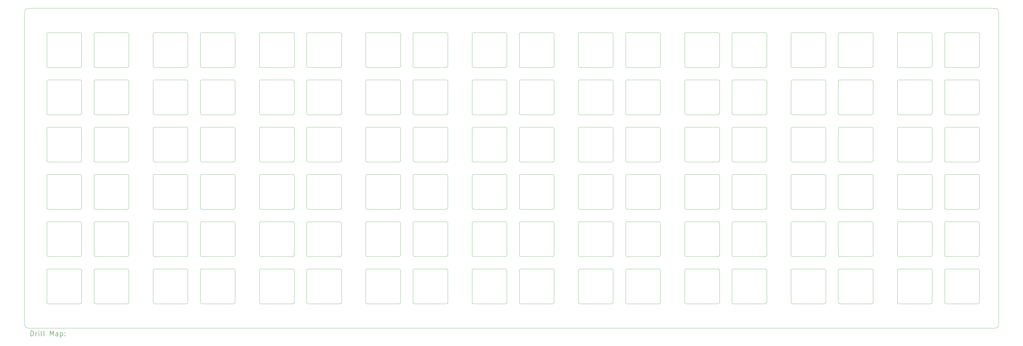
<source format=gbr>
%TF.GenerationSoftware,KiCad,Pcbnew,7.0.7*%
%TF.CreationDate,2023-09-25T11:43:55+09:00*%
%TF.ProjectId,Duet-Switch-Tester,44756574-2d53-4776-9974-63682d546573,rev?*%
%TF.SameCoordinates,Original*%
%TF.FileFunction,Drillmap*%
%TF.FilePolarity,Positive*%
%FSLAX45Y45*%
G04 Gerber Fmt 4.5, Leading zero omitted, Abs format (unit mm)*
G04 Created by KiCad (PCBNEW 7.0.7) date 2023-09-25 11:43:55*
%MOMM*%
%LPD*%
G01*
G04 APERTURE LIST*
%ADD10C,0.050000*%
%ADD11C,0.200000*%
G04 APERTURE END LIST*
D10*
X20176250Y-14828750D02*
G75*
G03*
X20226250Y-14778750I0J50000D01*
G01*
X13985000Y-7208750D02*
X12685000Y-7208750D01*
X22607500Y-5858750D02*
G75*
G03*
X22557500Y-5808750I-50000J0D01*
G01*
X34116250Y-11523750D02*
G75*
G03*
X34066250Y-11573750I0J-50000D01*
G01*
X25493750Y-14778750D02*
X25493750Y-13478750D01*
X28748750Y-5303750D02*
X27448750Y-5303750D01*
X18271250Y-12923750D02*
G75*
G03*
X18321250Y-12873750I0J50000D01*
G01*
X35971250Y-5253750D02*
G75*
G03*
X36021250Y-5303750I50000J0D01*
G01*
X13985000Y-14828750D02*
G75*
G03*
X14035000Y-14778750I0J50000D01*
G01*
X9748750Y-7763750D02*
X9748750Y-9063750D01*
X42403801Y-2987598D02*
X42406516Y-2991844D01*
X42409060Y-2996170D01*
X42411436Y-3000574D01*
X42414356Y-3006560D01*
X42417003Y-3012670D01*
X42418819Y-3017329D01*
X42420495Y-3022050D01*
X42422036Y-3026830D01*
X42423450Y-3031666D01*
X42424741Y-3036554D01*
X22607500Y-5858750D02*
X22607500Y-7158750D01*
X8398750Y-9618750D02*
G75*
G03*
X8348750Y-9668750I0J-50000D01*
G01*
X11603750Y-14828750D02*
G75*
G03*
X11653750Y-14778750I0J50000D01*
G01*
X11603750Y-11018750D02*
X10303750Y-11018750D01*
X29830000Y-5808750D02*
G75*
G03*
X29780000Y-5858750I0J-50000D01*
G01*
X38402500Y-9618750D02*
X39702500Y-9618750D01*
X33035000Y-12923750D02*
G75*
G03*
X33085000Y-12873750I0J50000D01*
G01*
X27448750Y-9618750D02*
G75*
G03*
X27398750Y-9668750I0J-50000D01*
G01*
X25493750Y-9668750D02*
X25493750Y-10968750D01*
X14540000Y-5253750D02*
X14540000Y-3953750D01*
X18321250Y-9668750D02*
G75*
G03*
X18271250Y-9618750I-50000J0D01*
G01*
X7317500Y-9113750D02*
X6017500Y-9113750D01*
X15890000Y-5303750D02*
G75*
G03*
X15940000Y-5253750I0J50000D01*
G01*
X28748750Y-14828750D02*
X27448750Y-14828750D01*
X23162500Y-3903750D02*
G75*
G03*
X23112500Y-3953750I0J-50000D01*
G01*
X35466250Y-3953750D02*
X35466250Y-5253750D01*
X10303750Y-13428750D02*
X11603750Y-13428750D01*
X39752500Y-7763750D02*
X39752500Y-9063750D01*
X33035000Y-14828750D02*
X31735000Y-14828750D01*
X14540000Y-12873750D02*
G75*
G03*
X14590000Y-12923750I50000J0D01*
G01*
X40307500Y-3903750D02*
G75*
G03*
X40257500Y-3953750I0J-50000D01*
G01*
X14590000Y-9618750D02*
X15890000Y-9618750D01*
X10253750Y-14778750D02*
G75*
G03*
X10303750Y-14828750I50000J0D01*
G01*
X36021250Y-3903750D02*
G75*
G03*
X35971250Y-3953750I0J-50000D01*
G01*
X9698750Y-7208750D02*
G75*
G03*
X9748750Y-7158750I0J50000D01*
G01*
X31180000Y-11573750D02*
G75*
G03*
X31130000Y-11523750I-50000J0D01*
G01*
X16921250Y-10968750D02*
G75*
G03*
X16971250Y-11018750I50000J0D01*
G01*
X20226250Y-7763750D02*
G75*
G03*
X20176250Y-7713750I-50000J0D01*
G01*
X39752500Y-13478750D02*
G75*
G03*
X39702500Y-13428750I-50000J0D01*
G01*
X10253750Y-9063750D02*
X10253750Y-7763750D01*
X13985000Y-7208750D02*
G75*
G03*
X14035000Y-7158750I0J50000D01*
G01*
X8348750Y-12873750D02*
G75*
G03*
X8398750Y-12923750I50000J0D01*
G01*
X25543750Y-11523750D02*
G75*
G03*
X25493750Y-11573750I0J-50000D01*
G01*
X23112500Y-12873750D02*
G75*
G03*
X23162500Y-12923750I50000J0D01*
G01*
X40257500Y-14778750D02*
G75*
G03*
X40307500Y-14828750I50000J0D01*
G01*
X7317500Y-7208750D02*
G75*
G03*
X7367500Y-7158750I0J50000D01*
G01*
X3398750Y-15810000D02*
X3390768Y-15809998D01*
X3382889Y-15809986D01*
X3375115Y-15809953D01*
X3367445Y-15809889D01*
X3359879Y-15809783D01*
X3352418Y-15809625D01*
X3345060Y-15809404D01*
X3337807Y-15809110D01*
X3330658Y-15808733D01*
X3323614Y-15808263D01*
X3316674Y-15807688D01*
X3309839Y-15806998D01*
X3303108Y-15806183D01*
X3296481Y-15805233D01*
X3289959Y-15804136D01*
X3283542Y-15802884D01*
X11603750Y-11018750D02*
G75*
G03*
X11653750Y-10968750I0J50000D01*
G01*
X31735000Y-13428750D02*
X33035000Y-13428750D01*
X41607500Y-14828750D02*
X40307500Y-14828750D01*
X11653750Y-13478750D02*
X11653750Y-14778750D01*
X42311458Y-2929616D02*
X42317131Y-2930883D01*
X42322746Y-2932299D01*
X42328298Y-2933873D01*
X42333782Y-2935614D01*
X42339193Y-2937532D01*
X42344526Y-2939635D01*
X42349775Y-2941933D01*
X42354935Y-2944433D01*
X42360001Y-2947146D01*
X42364968Y-2950080D01*
X42368222Y-2952163D01*
X6017500Y-11523750D02*
G75*
G03*
X5967500Y-11573750I0J-50000D01*
G01*
X25493750Y-7158750D02*
G75*
G03*
X25543750Y-7208750I50000J0D01*
G01*
X15890000Y-12923750D02*
X14590000Y-12923750D01*
X26843750Y-9113750D02*
X25543750Y-9113750D01*
X38352500Y-9063750D02*
X38352500Y-7763750D01*
X26843750Y-9618750D02*
X25543750Y-9618750D01*
X15940000Y-5858750D02*
X15940000Y-7158750D01*
X31685000Y-12873750D02*
G75*
G03*
X31735000Y-12923750I50000J0D01*
G01*
X31685000Y-10968750D02*
G75*
G03*
X31735000Y-11018750I50000J0D01*
G01*
X42368222Y-2952163D02*
X42373445Y-2955803D01*
X42378449Y-2959671D01*
X42383234Y-2963767D01*
X42387798Y-2968089D01*
X42392138Y-2972634D01*
X42396253Y-2977402D01*
X42400141Y-2982391D01*
X42403801Y-2987598D01*
X41657500Y-11573750D02*
X41657500Y-12873750D01*
X7317500Y-5808750D02*
X6017500Y-5808750D01*
X34066250Y-12873750D02*
G75*
G03*
X34116250Y-12923750I50000J0D01*
G01*
X29830000Y-11523750D02*
X31130000Y-11523750D01*
X3168366Y-3044792D02*
X3169633Y-3039119D01*
X3171049Y-3033504D01*
X3172623Y-3027952D01*
X3174364Y-3022468D01*
X3176282Y-3017057D01*
X3178385Y-3011724D01*
X3180683Y-3006475D01*
X3183183Y-3001315D01*
X3185896Y-2996249D01*
X3188830Y-2991282D01*
X3190913Y-2988028D01*
X12635000Y-9063750D02*
G75*
G03*
X12685000Y-9113750I50000J0D01*
G01*
X35416250Y-5303750D02*
X34116250Y-5303750D01*
X7367500Y-7763750D02*
X7367500Y-9063750D01*
X14035000Y-11573750D02*
G75*
G03*
X13985000Y-11523750I-50000J0D01*
G01*
X21257500Y-5808750D02*
G75*
G03*
X21207500Y-5858750I0J-50000D01*
G01*
X37321250Y-7208750D02*
X36021250Y-7208750D01*
X22607500Y-13478750D02*
G75*
G03*
X22557500Y-13428750I-50000J0D01*
G01*
X12685000Y-5808750D02*
G75*
G03*
X12635000Y-5858750I0J-50000D01*
G01*
X5412500Y-12923750D02*
X4112500Y-12923750D01*
X12685000Y-9618750D02*
X13985000Y-9618750D01*
X23162500Y-9618750D02*
G75*
G03*
X23112500Y-9668750I0J-50000D01*
G01*
X20176250Y-5303750D02*
X18876250Y-5303750D01*
X14540000Y-9063750D02*
G75*
G03*
X14590000Y-9113750I50000J0D01*
G01*
X40307500Y-13428750D02*
X41607500Y-13428750D01*
X24462500Y-7208750D02*
G75*
G03*
X24512500Y-7158750I0J50000D01*
G01*
X21207500Y-7158750D02*
X21207500Y-5858750D01*
X20176250Y-11018750D02*
X18876250Y-11018750D01*
X7367500Y-13478750D02*
X7367500Y-14778750D01*
X40257500Y-5253750D02*
G75*
G03*
X40307500Y-5303750I50000J0D01*
G01*
X9748750Y-5858750D02*
G75*
G03*
X9698750Y-5808750I-50000J0D01*
G01*
X11603750Y-5303750D02*
X10303750Y-5303750D01*
X11653750Y-3953750D02*
X11653750Y-5253750D01*
X35416250Y-14828750D02*
G75*
G03*
X35466250Y-14778750I0J50000D01*
G01*
X14590000Y-3903750D02*
G75*
G03*
X14540000Y-3953750I0J-50000D01*
G01*
X5967500Y-11573750D02*
X5967500Y-12873750D01*
X37321250Y-11018750D02*
G75*
G03*
X37371250Y-10968750I0J50000D01*
G01*
X23162500Y-11523750D02*
G75*
G03*
X23112500Y-11573750I0J-50000D01*
G01*
X27448750Y-7713750D02*
X28748750Y-7713750D01*
X29780000Y-14778750D02*
G75*
G03*
X29830000Y-14828750I50000J0D01*
G01*
X28748750Y-11018750D02*
X27448750Y-11018750D01*
X35466250Y-13478750D02*
G75*
G03*
X35416250Y-13428750I-50000J0D01*
G01*
X9748750Y-3953750D02*
G75*
G03*
X9698750Y-3903750I-50000J0D01*
G01*
X14590000Y-13428750D02*
X15890000Y-13428750D01*
X37371250Y-5858750D02*
X37371250Y-7158750D01*
X7367500Y-13478750D02*
G75*
G03*
X7317500Y-13428750I-50000J0D01*
G01*
X9748750Y-5858750D02*
X9748750Y-7158750D01*
X35416250Y-14828750D02*
X34116250Y-14828750D01*
X23112500Y-5253750D02*
X23112500Y-3953750D01*
X26843750Y-7208750D02*
X25543750Y-7208750D01*
X11603750Y-7208750D02*
G75*
G03*
X11653750Y-7158750I0J50000D01*
G01*
X22607500Y-5253750D02*
X22607500Y-3953750D01*
X12635000Y-12873750D02*
G75*
G03*
X12685000Y-12923750I50000J0D01*
G01*
X41607500Y-14828750D02*
G75*
G03*
X41657500Y-14778750I0J50000D01*
G01*
X15940000Y-3953750D02*
G75*
G03*
X15890000Y-3903750I-50000J0D01*
G01*
X14035000Y-5858750D02*
X14035000Y-7158750D01*
X22607500Y-11573750D02*
X22607500Y-12873750D01*
X5967500Y-14778750D02*
G75*
G03*
X6017500Y-14828750I50000J0D01*
G01*
X14035000Y-7763750D02*
G75*
G03*
X13985000Y-7713750I-50000J0D01*
G01*
X39702500Y-9113750D02*
X38402500Y-9113750D01*
X14035000Y-3953750D02*
G75*
G03*
X13985000Y-3903750I-50000J0D01*
G01*
X5967500Y-12873750D02*
G75*
G03*
X6017500Y-12923750I50000J0D01*
G01*
X6017500Y-12923750D02*
X7317500Y-12923750D01*
X18826250Y-5253750D02*
G75*
G03*
X18876250Y-5303750I50000J0D01*
G01*
X18876250Y-7713750D02*
G75*
G03*
X18826250Y-7763750I0J-50000D01*
G01*
X38402500Y-5808750D02*
G75*
G03*
X38352500Y-5858750I0J-50000D01*
G01*
X34066250Y-9063750D02*
G75*
G03*
X34116250Y-9113750I50000J0D01*
G01*
X27448750Y-13428750D02*
X28748750Y-13428750D01*
X26843750Y-14828750D02*
X25543750Y-14828750D01*
X22557500Y-12923750D02*
X21257500Y-12923750D01*
X5462500Y-7763750D02*
X5462500Y-9063750D01*
X8348750Y-10968750D02*
G75*
G03*
X8398750Y-11018750I50000J0D01*
G01*
X18321250Y-5858750D02*
G75*
G03*
X18271250Y-5808750I-50000J0D01*
G01*
X37371250Y-7763750D02*
G75*
G03*
X37321250Y-7713750I-50000J0D01*
G01*
X24512500Y-9668750D02*
G75*
G03*
X24462500Y-9618750I-50000J0D01*
G01*
X28748750Y-14828750D02*
G75*
G03*
X28798750Y-14778750I0J50000D01*
G01*
X41607500Y-11018750D02*
X40307500Y-11018750D01*
X25493750Y-9063750D02*
X25493750Y-7763750D01*
X23162500Y-7713750D02*
X24462500Y-7713750D01*
X13985000Y-14828750D02*
X12685000Y-14828750D01*
X3161250Y-3160000D02*
X3161250Y-15572500D01*
X10303750Y-11523750D02*
G75*
G03*
X10253750Y-11573750I0J-50000D01*
G01*
X29780000Y-14778750D02*
X29780000Y-13478750D01*
X36021250Y-13428750D02*
X37321250Y-13428750D01*
X7367500Y-12873750D02*
X7367500Y-11573750D01*
X24512500Y-3953750D02*
X24512500Y-5253750D01*
X10303750Y-13428750D02*
G75*
G03*
X10253750Y-13478750I0J-50000D01*
G01*
X41657500Y-5858750D02*
G75*
G03*
X41607500Y-5808750I-50000J0D01*
G01*
X34066250Y-7158750D02*
G75*
G03*
X34116250Y-7208750I50000J0D01*
G01*
X31180000Y-5858750D02*
G75*
G03*
X31130000Y-5808750I-50000J0D01*
G01*
X20176250Y-7208750D02*
G75*
G03*
X20226250Y-7158750I0J50000D01*
G01*
X37321250Y-5303750D02*
X36021250Y-5303750D01*
X21207500Y-14778750D02*
G75*
G03*
X21257500Y-14828750I50000J0D01*
G01*
X37321250Y-9113750D02*
X36021250Y-9113750D01*
X27398750Y-5858750D02*
X27398750Y-7158750D01*
X33085000Y-13478750D02*
G75*
G03*
X33035000Y-13428750I-50000J0D01*
G01*
X31130000Y-11018750D02*
G75*
G03*
X31180000Y-10968750I0J50000D01*
G01*
X35971250Y-7158750D02*
X35971250Y-5858750D01*
X36021250Y-7713750D02*
X37321250Y-7713750D01*
X15940000Y-11573750D02*
G75*
G03*
X15890000Y-11523750I-50000J0D01*
G01*
X23112500Y-10968750D02*
X23112500Y-9668750D01*
X24462500Y-5303750D02*
G75*
G03*
X24512500Y-5253750I0J50000D01*
G01*
X34066250Y-9063750D02*
X34066250Y-7763750D01*
X21207500Y-3953750D02*
X21207500Y-5253750D01*
X20226250Y-5858750D02*
G75*
G03*
X20176250Y-5808750I-50000J0D01*
G01*
X37321250Y-14828750D02*
X36021250Y-14828750D01*
X21207500Y-14778750D02*
X21207500Y-13478750D01*
X20226250Y-14778750D02*
X20226250Y-13478750D01*
X27398750Y-9063750D02*
X27398750Y-7763750D01*
X24512500Y-13478750D02*
X24512500Y-14778750D01*
X15940000Y-5858750D02*
G75*
G03*
X15890000Y-5808750I-50000J0D01*
G01*
X18826250Y-13478750D02*
X18826250Y-14778750D01*
X35971250Y-9063750D02*
G75*
G03*
X36021250Y-9113750I50000J0D01*
G01*
X14590000Y-7713750D02*
G75*
G03*
X14540000Y-7763750I0J-50000D01*
G01*
X14540000Y-7158750D02*
X14540000Y-5858750D01*
X5412500Y-14828750D02*
G75*
G03*
X5462500Y-14778750I0J50000D01*
G01*
X38352500Y-7158750D02*
G75*
G03*
X38402500Y-7208750I50000J0D01*
G01*
X7367500Y-11573750D02*
G75*
G03*
X7317500Y-11523750I-50000J0D01*
G01*
X31180000Y-5858750D02*
X31180000Y-7158750D01*
X40257500Y-10968750D02*
G75*
G03*
X40307500Y-11018750I50000J0D01*
G01*
X5462500Y-11573750D02*
X5462500Y-12873750D01*
X18876250Y-5808750D02*
G75*
G03*
X18826250Y-5858750I0J-50000D01*
G01*
X8348750Y-5253750D02*
G75*
G03*
X8398750Y-5303750I50000J0D01*
G01*
X18271250Y-14828750D02*
X16971250Y-14828750D01*
X41607500Y-9113750D02*
G75*
G03*
X41657500Y-9063750I0J50000D01*
G01*
X14035000Y-13478750D02*
G75*
G03*
X13985000Y-13428750I-50000J0D01*
G01*
X28798750Y-5858750D02*
G75*
G03*
X28748750Y-5808750I-50000J0D01*
G01*
X15940000Y-7763750D02*
G75*
G03*
X15890000Y-7713750I-50000J0D01*
G01*
X35416250Y-11018750D02*
X34116250Y-11018750D01*
X5967500Y-5253750D02*
G75*
G03*
X6017500Y-5303750I50000J0D01*
G01*
X18876250Y-14828750D02*
X20176250Y-14828750D01*
X12685000Y-11523750D02*
G75*
G03*
X12635000Y-11573750I0J-50000D01*
G01*
X11603750Y-12923750D02*
X10303750Y-12923750D01*
X34116250Y-5808750D02*
G75*
G03*
X34066250Y-5858750I0J-50000D01*
G01*
X8398750Y-3903750D02*
G75*
G03*
X8348750Y-3953750I0J-50000D01*
G01*
X42368652Y-15780051D02*
X42364406Y-15782766D01*
X42360080Y-15785309D01*
X42355676Y-15787686D01*
X42349690Y-15790606D01*
X42343580Y-15793253D01*
X42338921Y-15795069D01*
X42334200Y-15796744D01*
X42329420Y-15798286D01*
X42324584Y-15799700D01*
X42319696Y-15800991D01*
X31130000Y-5303750D02*
X29830000Y-5303750D01*
X3226778Y-15780336D02*
X3221555Y-15776697D01*
X3216551Y-15772828D01*
X3211766Y-15768733D01*
X3207202Y-15764411D01*
X3202862Y-15759866D01*
X3198747Y-15755098D01*
X3194859Y-15750109D01*
X3191199Y-15744901D01*
X29780000Y-5253750D02*
G75*
G03*
X29830000Y-5303750I50000J0D01*
G01*
X10253750Y-5253750D02*
G75*
G03*
X10303750Y-5303750I50000J0D01*
G01*
X25543750Y-3903750D02*
X26843750Y-3903750D01*
X39752500Y-7763750D02*
G75*
G03*
X39702500Y-7713750I-50000J0D01*
G01*
X40307500Y-9618750D02*
X41607500Y-9618750D01*
X33085000Y-9668750D02*
X33085000Y-10968750D01*
X29830000Y-11018750D02*
X31130000Y-11018750D01*
X26893750Y-5858750D02*
G75*
G03*
X26843750Y-5808750I-50000J0D01*
G01*
X9698750Y-12923750D02*
G75*
G03*
X9748750Y-12873750I0J50000D01*
G01*
X26843750Y-5303750D02*
G75*
G03*
X26893750Y-5253750I0J50000D01*
G01*
X18876250Y-11523750D02*
X20176250Y-11523750D01*
X21207500Y-5253750D02*
G75*
G03*
X21257500Y-5303750I50000J0D01*
G01*
X14590000Y-9618750D02*
G75*
G03*
X14540000Y-9668750I0J-50000D01*
G01*
X18876250Y-13428750D02*
G75*
G03*
X18826250Y-13478750I0J-50000D01*
G01*
X14540000Y-12873750D02*
X14540000Y-11573750D01*
X5462500Y-13478750D02*
X5462500Y-14778750D01*
X34116250Y-3903750D02*
X35416250Y-3903750D01*
X7367500Y-3953750D02*
X7367500Y-5253750D01*
X5462500Y-11573750D02*
G75*
G03*
X5412500Y-11523750I-50000J0D01*
G01*
X15940000Y-13478750D02*
X15940000Y-14778750D01*
X12635000Y-14778750D02*
G75*
G03*
X12685000Y-14828750I50000J0D01*
G01*
X7367500Y-7158750D02*
X7367500Y-5858750D01*
X23112500Y-9063750D02*
G75*
G03*
X23162500Y-9113750I50000J0D01*
G01*
X4112500Y-3903750D02*
G75*
G03*
X4062500Y-3953750I0J-50000D01*
G01*
X41657500Y-7763750D02*
G75*
G03*
X41607500Y-7713750I-50000J0D01*
G01*
X24512500Y-5858750D02*
G75*
G03*
X24462500Y-5808750I-50000J0D01*
G01*
X3191199Y-15744901D02*
X3188483Y-15740656D01*
X3185940Y-15736330D01*
X3183564Y-15731926D01*
X3180644Y-15725940D01*
X3177996Y-15719830D01*
X3176181Y-15715171D01*
X3174505Y-15710450D01*
X3172964Y-15705670D01*
X3171550Y-15700834D01*
X3170259Y-15695946D01*
X4112500Y-13428750D02*
X5412500Y-13428750D01*
X40307500Y-11523750D02*
G75*
G03*
X40257500Y-11573750I0J-50000D01*
G01*
X34116250Y-3903750D02*
G75*
G03*
X34066250Y-3953750I0J-50000D01*
G01*
X38402500Y-3903750D02*
X39702500Y-3903750D01*
X7317500Y-14828750D02*
G75*
G03*
X7367500Y-14778750I0J50000D01*
G01*
X37371250Y-9668750D02*
G75*
G03*
X37321250Y-9618750I-50000J0D01*
G01*
X18876250Y-3903750D02*
G75*
G03*
X18826250Y-3953750I0J-50000D01*
G01*
X23112500Y-5253750D02*
G75*
G03*
X23162500Y-5303750I50000J0D01*
G01*
X29830000Y-3903750D02*
X31130000Y-3903750D01*
X34066250Y-10968750D02*
X34066250Y-9668750D01*
X39752500Y-3953750D02*
X39752500Y-5253750D01*
X37321250Y-7208750D02*
G75*
G03*
X37371250Y-7158750I0J50000D01*
G01*
X12685000Y-9618750D02*
G75*
G03*
X12635000Y-9668750I0J-50000D01*
G01*
X29780000Y-12873750D02*
X29780000Y-11573750D01*
X41657500Y-11573750D02*
G75*
G03*
X41607500Y-11523750I-50000J0D01*
G01*
X11653750Y-9668750D02*
X11653750Y-10968750D01*
X12635000Y-7158750D02*
X12635000Y-5858750D01*
X41607500Y-5303750D02*
X40307500Y-5303750D01*
X4062500Y-9063750D02*
X4062500Y-7763750D01*
X10303750Y-3903750D02*
G75*
G03*
X10253750Y-3953750I0J-50000D01*
G01*
X42404087Y-15744472D02*
X42400447Y-15749695D01*
X42396578Y-15754699D01*
X42392483Y-15759484D01*
X42388161Y-15764047D01*
X42383616Y-15768388D01*
X42378848Y-15772503D01*
X42373859Y-15776391D01*
X42368652Y-15780051D01*
X42196250Y-2922500D02*
X42204232Y-2922502D01*
X42212110Y-2922514D01*
X42219885Y-2922547D01*
X42227555Y-2922611D01*
X42235120Y-2922717D01*
X42242582Y-2922875D01*
X42249940Y-2923096D01*
X42257193Y-2923389D01*
X42264341Y-2923766D01*
X42271386Y-2924237D01*
X42278326Y-2924812D01*
X42285161Y-2925502D01*
X42291892Y-2926317D01*
X42298519Y-2927267D01*
X42305041Y-2928363D01*
X42311458Y-2929616D01*
X22607500Y-9668750D02*
G75*
G03*
X22557500Y-9618750I-50000J0D01*
G01*
X12635000Y-5253750D02*
X12635000Y-3953750D01*
X33085000Y-13478750D02*
X33085000Y-14778750D01*
X40257500Y-5253750D02*
X40257500Y-3953750D01*
X18271250Y-11018750D02*
G75*
G03*
X18321250Y-10968750I0J50000D01*
G01*
X15890000Y-12923750D02*
G75*
G03*
X15940000Y-12873750I0J50000D01*
G01*
X22557500Y-3903750D02*
X21257500Y-3903750D01*
X16921250Y-14778750D02*
X16921250Y-13478750D01*
X5462500Y-3953750D02*
G75*
G03*
X5412500Y-3903750I-50000J0D01*
G01*
X27448750Y-7713750D02*
G75*
G03*
X27398750Y-7763750I0J-50000D01*
G01*
X40257500Y-5858750D02*
X40257500Y-7158750D01*
X22607500Y-9668750D02*
X22607500Y-10968750D01*
X9748750Y-13478750D02*
G75*
G03*
X9698750Y-13428750I-50000J0D01*
G01*
X24512500Y-11573750D02*
G75*
G03*
X24462500Y-11523750I-50000J0D01*
G01*
X24512500Y-5858750D02*
X24512500Y-7158750D01*
X27398750Y-5253750D02*
X27398750Y-3953750D01*
X38352500Y-7158750D02*
X38352500Y-5858750D01*
X40307500Y-5808750D02*
G75*
G03*
X40257500Y-5858750I0J-50000D01*
G01*
X31130000Y-9618750D02*
X29830000Y-9618750D01*
X9748750Y-9668750D02*
X9748750Y-10968750D01*
X18876250Y-5808750D02*
X20176250Y-5808750D01*
X16921250Y-7158750D02*
X16921250Y-5858750D01*
X39752500Y-11573750D02*
X39752500Y-12873750D01*
X34066250Y-14778750D02*
G75*
G03*
X34116250Y-14828750I50000J0D01*
G01*
X4062500Y-14778750D02*
X4062500Y-13478750D01*
X11653750Y-7763750D02*
X11653750Y-9063750D01*
X23162500Y-5808750D02*
G75*
G03*
X23112500Y-5858750I0J-50000D01*
G01*
X26843750Y-12923750D02*
G75*
G03*
X26893750Y-12873750I0J50000D01*
G01*
X16921250Y-7158750D02*
G75*
G03*
X16971250Y-7208750I50000J0D01*
G01*
X7367500Y-9668750D02*
G75*
G03*
X7317500Y-9618750I-50000J0D01*
G01*
X4062500Y-10968750D02*
G75*
G03*
X4112500Y-11018750I50000J0D01*
G01*
X31180000Y-9668750D02*
G75*
G03*
X31130000Y-9618750I-50000J0D01*
G01*
X37321250Y-14828750D02*
G75*
G03*
X37371250Y-14778750I0J50000D01*
G01*
X25493750Y-5253750D02*
X25493750Y-3953750D01*
X10253750Y-12873750D02*
X10253750Y-11573750D01*
X4112500Y-5808750D02*
X5412500Y-5808750D01*
X4112500Y-7713750D02*
G75*
G03*
X4062500Y-7763750I0J-50000D01*
G01*
X37321250Y-5303750D02*
G75*
G03*
X37371250Y-5253750I0J50000D01*
G01*
X12685000Y-7713750D02*
G75*
G03*
X12635000Y-7763750I0J-50000D01*
G01*
X11653750Y-11573750D02*
G75*
G03*
X11603750Y-11523750I-50000J0D01*
G01*
X29830000Y-11523750D02*
G75*
G03*
X29780000Y-11573750I0J-50000D01*
G01*
X12635000Y-5253750D02*
G75*
G03*
X12685000Y-5303750I50000J0D01*
G01*
X13985000Y-12923750D02*
G75*
G03*
X14035000Y-12873750I0J50000D01*
G01*
X24512500Y-11573750D02*
X24512500Y-12873750D01*
X34066250Y-12873750D02*
X34066250Y-11573750D01*
X24462500Y-12923750D02*
X23162500Y-12923750D01*
X16921250Y-14778750D02*
G75*
G03*
X16971250Y-14828750I50000J0D01*
G01*
X37371250Y-9668750D02*
X37371250Y-10968750D01*
X14590000Y-7713750D02*
X15890000Y-7713750D01*
X24462500Y-9113750D02*
X23162500Y-9113750D01*
X25493750Y-14778750D02*
G75*
G03*
X25543750Y-14828750I50000J0D01*
G01*
X15890000Y-11018750D02*
X14590000Y-11018750D01*
X35416250Y-5303750D02*
G75*
G03*
X35466250Y-5253750I0J50000D01*
G01*
X23112500Y-7158750D02*
G75*
G03*
X23162500Y-7208750I50000J0D01*
G01*
X14540000Y-10968750D02*
G75*
G03*
X14590000Y-11018750I50000J0D01*
G01*
X8348750Y-10968750D02*
X8348750Y-9668750D01*
X39702500Y-7208750D02*
G75*
G03*
X39752500Y-7158750I0J50000D01*
G01*
X5412500Y-9113750D02*
X4112500Y-9113750D01*
X18271250Y-5303750D02*
G75*
G03*
X18321250Y-5253750I0J50000D01*
G01*
X35466250Y-5858750D02*
G75*
G03*
X35416250Y-5808750I-50000J0D01*
G01*
X20226250Y-3953750D02*
X20226250Y-5253750D01*
X5967500Y-10968750D02*
G75*
G03*
X6017500Y-11018750I50000J0D01*
G01*
X29780000Y-12873750D02*
G75*
G03*
X29830000Y-12923750I50000J0D01*
G01*
X26893750Y-11573750D02*
G75*
G03*
X26843750Y-11523750I-50000J0D01*
G01*
X10253750Y-7158750D02*
G75*
G03*
X10303750Y-7208750I50000J0D01*
G01*
X12635000Y-14778750D02*
X12635000Y-13478750D01*
X27448750Y-3903750D02*
X28748750Y-3903750D01*
X28748750Y-12923750D02*
G75*
G03*
X28798750Y-12873750I0J50000D01*
G01*
X31180000Y-3953750D02*
X31180000Y-5253750D01*
X29830000Y-7713750D02*
G75*
G03*
X29780000Y-7763750I0J-50000D01*
G01*
X33085000Y-11573750D02*
G75*
G03*
X33035000Y-11523750I-50000J0D01*
G01*
X31130000Y-9113750D02*
G75*
G03*
X31180000Y-9063750I0J50000D01*
G01*
X15940000Y-3953750D02*
X15940000Y-5253750D01*
X15890000Y-5303750D02*
X14590000Y-5303750D01*
X18321250Y-7763750D02*
X18321250Y-9063750D01*
X24462500Y-11018750D02*
G75*
G03*
X24512500Y-10968750I0J50000D01*
G01*
X18321250Y-13478750D02*
X18321250Y-14778750D01*
X38402500Y-11523750D02*
G75*
G03*
X38352500Y-11573750I0J-50000D01*
G01*
X28798750Y-9668750D02*
X28798750Y-10968750D01*
X23162500Y-7713750D02*
G75*
G03*
X23112500Y-7763750I0J-50000D01*
G01*
X29780000Y-9668750D02*
X29780000Y-10968750D01*
X16921250Y-12873750D02*
G75*
G03*
X16971250Y-12923750I50000J0D01*
G01*
X14540000Y-7158750D02*
G75*
G03*
X14590000Y-7208750I50000J0D01*
G01*
X10253750Y-10968750D02*
G75*
G03*
X10303750Y-11018750I50000J0D01*
G01*
X15890000Y-7208750D02*
G75*
G03*
X15940000Y-7158750I0J50000D01*
G01*
X38352500Y-5253750D02*
X38352500Y-3953750D01*
X27448750Y-7208750D02*
X28748750Y-7208750D01*
X11603750Y-9113750D02*
G75*
G03*
X11653750Y-9063750I0J50000D01*
G01*
X31735000Y-11523750D02*
G75*
G03*
X31685000Y-11573750I0J-50000D01*
G01*
X15890000Y-9113750D02*
G75*
G03*
X15940000Y-9063750I0J50000D01*
G01*
X38402500Y-13428750D02*
X39702500Y-13428750D01*
X25543750Y-11018750D02*
X26843750Y-11018750D01*
X31180000Y-7763750D02*
G75*
G03*
X31130000Y-7713750I-50000J0D01*
G01*
X18271250Y-7208750D02*
G75*
G03*
X18321250Y-7158750I0J50000D01*
G01*
X41607500Y-5303750D02*
G75*
G03*
X41657500Y-5253750I0J50000D01*
G01*
X12635000Y-10968750D02*
G75*
G03*
X12685000Y-11018750I50000J0D01*
G01*
X14035000Y-9668750D02*
G75*
G03*
X13985000Y-9618750I-50000J0D01*
G01*
X18826250Y-10968750D02*
X18826250Y-9668750D01*
X8398750Y-5808750D02*
X9698750Y-5808750D01*
X6017500Y-3903750D02*
G75*
G03*
X5967500Y-3953750I0J-50000D01*
G01*
X40307500Y-11523750D02*
X41607500Y-11523750D01*
X31130000Y-7208750D02*
G75*
G03*
X31180000Y-7158750I0J50000D01*
G01*
X31130000Y-12923750D02*
G75*
G03*
X31180000Y-12873750I0J50000D01*
G01*
X41607500Y-12923750D02*
X40307500Y-12923750D01*
X28798750Y-7763750D02*
X28798750Y-9063750D01*
X11653750Y-7763750D02*
G75*
G03*
X11603750Y-7713750I-50000J0D01*
G01*
X29780000Y-7158750D02*
X29780000Y-5858750D01*
X31735000Y-11523750D02*
X33035000Y-11523750D01*
X9698750Y-5303750D02*
G75*
G03*
X9748750Y-5253750I0J50000D01*
G01*
X16921250Y-5253750D02*
X16921250Y-3953750D01*
X20176250Y-12923750D02*
X18876250Y-12923750D01*
X33085000Y-3953750D02*
G75*
G03*
X33035000Y-3903750I-50000J0D01*
G01*
X4112500Y-7713750D02*
X5412500Y-7713750D01*
X23162500Y-9618750D02*
X24462500Y-9618750D01*
X41657500Y-9668750D02*
X41657500Y-10968750D01*
X21257500Y-13428750D02*
G75*
G03*
X21207500Y-13478750I0J-50000D01*
G01*
X38352500Y-10968750D02*
G75*
G03*
X38402500Y-11018750I50000J0D01*
G01*
X11653750Y-3953750D02*
G75*
G03*
X11603750Y-3903750I-50000J0D01*
G01*
X35466250Y-3953750D02*
G75*
G03*
X35416250Y-3903750I-50000J0D01*
G01*
X35416250Y-9113750D02*
G75*
G03*
X35466250Y-9063750I0J50000D01*
G01*
X40257500Y-9063750D02*
X40257500Y-7763750D01*
X13985000Y-11018750D02*
G75*
G03*
X14035000Y-10968750I0J50000D01*
G01*
X14540000Y-10968750D02*
X14540000Y-9668750D01*
X8398750Y-13428750D02*
G75*
G03*
X8348750Y-13478750I0J-50000D01*
G01*
X39752500Y-5858750D02*
G75*
G03*
X39702500Y-5808750I-50000J0D01*
G01*
X29780000Y-7158750D02*
G75*
G03*
X29830000Y-7208750I50000J0D01*
G01*
X31180000Y-3953750D02*
G75*
G03*
X31130000Y-3903750I-50000J0D01*
G01*
X22607500Y-3953750D02*
G75*
G03*
X22557500Y-3903750I-50000J0D01*
G01*
X18271250Y-9113750D02*
X16971250Y-9113750D01*
X23112500Y-14778750D02*
X23112500Y-13478750D01*
X31130000Y-14828750D02*
X29830000Y-14828750D01*
X13985000Y-9113750D02*
X12685000Y-9113750D01*
X35416250Y-7208750D02*
G75*
G03*
X35466250Y-7158750I0J50000D01*
G01*
X35416250Y-12923750D02*
X34116250Y-12923750D01*
X11603750Y-5303750D02*
G75*
G03*
X11653750Y-5253750I0J50000D01*
G01*
X26843750Y-7208750D02*
G75*
G03*
X26893750Y-7158750I0J50000D01*
G01*
X40307500Y-13428750D02*
G75*
G03*
X40257500Y-13478750I0J-50000D01*
G01*
X28798750Y-11573750D02*
G75*
G03*
X28748750Y-11523750I-50000J0D01*
G01*
X35466250Y-7763750D02*
G75*
G03*
X35416250Y-7713750I-50000J0D01*
G01*
X38352500Y-10968750D02*
X38352500Y-9668750D01*
X24462500Y-14828750D02*
G75*
G03*
X24512500Y-14778750I0J50000D01*
G01*
X39752500Y-9668750D02*
X39752500Y-10968750D01*
X26893750Y-10968750D02*
X26893750Y-9668750D01*
X8398750Y-3903750D02*
X9698750Y-3903750D01*
X18826250Y-7158750D02*
X18826250Y-5858750D01*
X28748750Y-5808750D02*
X27448750Y-5808750D01*
X37321250Y-9113750D02*
G75*
G03*
X37371250Y-9063750I0J50000D01*
G01*
X20176250Y-9113750D02*
G75*
G03*
X20226250Y-9063750I0J50000D01*
G01*
X22607500Y-11573750D02*
G75*
G03*
X22557500Y-11523750I-50000J0D01*
G01*
X37371250Y-13478750D02*
X37371250Y-14778750D01*
X41607500Y-7208750D02*
G75*
G03*
X41657500Y-7158750I0J50000D01*
G01*
X5967500Y-9063750D02*
G75*
G03*
X6017500Y-9113750I50000J0D01*
G01*
X29780000Y-9063750D02*
G75*
G03*
X29830000Y-9113750I50000J0D01*
G01*
X36021250Y-9618750D02*
X37321250Y-9618750D01*
X39702500Y-9113750D02*
G75*
G03*
X39752500Y-9063750I0J50000D01*
G01*
X5462500Y-9668750D02*
X5462500Y-10968750D01*
X15940000Y-9668750D02*
X15940000Y-10968750D01*
X23112500Y-7158750D02*
X23112500Y-5858750D01*
X8398750Y-7713750D02*
G75*
G03*
X8348750Y-7763750I0J-50000D01*
G01*
X5967500Y-14778750D02*
X5967500Y-13478750D01*
X6017500Y-9618750D02*
G75*
G03*
X5967500Y-9668750I0J-50000D01*
G01*
X5967500Y-5858750D02*
X5967500Y-7158750D01*
X36021250Y-9618750D02*
G75*
G03*
X35971250Y-9668750I0J-50000D01*
G01*
X31685000Y-3953750D02*
X31685000Y-5253750D01*
X42319696Y-15800991D02*
X42312898Y-15802577D01*
X42305975Y-15803965D01*
X42298929Y-15805168D01*
X42291760Y-15806199D01*
X42284467Y-15807073D01*
X42277053Y-15807801D01*
X42269516Y-15808397D01*
X42261857Y-15808874D01*
X42254077Y-15809246D01*
X42246175Y-15809525D01*
X42238154Y-15809725D01*
X42230012Y-15809859D01*
X42221750Y-15809941D01*
X42213369Y-15809982D01*
X42204869Y-15809998D01*
X42196250Y-15810000D01*
X38352500Y-14778750D02*
G75*
G03*
X38402500Y-14828750I50000J0D01*
G01*
X20176250Y-13428750D02*
X18876250Y-13428750D01*
X40257500Y-7158750D02*
G75*
G03*
X40307500Y-7208750I50000J0D01*
G01*
X14035000Y-7763750D02*
X14035000Y-9063750D01*
X25493750Y-10968750D02*
G75*
G03*
X25543750Y-11018750I50000J0D01*
G01*
X21207500Y-9063750D02*
X21207500Y-7763750D01*
X14035000Y-5858750D02*
G75*
G03*
X13985000Y-5808750I-50000J0D01*
G01*
X33085000Y-5253750D02*
X33085000Y-3953750D01*
X35971250Y-5253750D02*
X35971250Y-3953750D01*
X22557500Y-14828750D02*
X21257500Y-14828750D01*
X7317500Y-12923750D02*
G75*
G03*
X7367500Y-12873750I0J50000D01*
G01*
X38352500Y-5253750D02*
G75*
G03*
X38402500Y-5303750I50000J0D01*
G01*
X41607500Y-12923750D02*
G75*
G03*
X41657500Y-12873750I0J50000D01*
G01*
X33035000Y-9113750D02*
X31735000Y-9113750D01*
X18826250Y-14778750D02*
G75*
G03*
X18876250Y-14828750I50000J0D01*
G01*
X41657500Y-13478750D02*
X41657500Y-14778750D01*
X26893750Y-13478750D02*
X26893750Y-14778750D01*
X37371250Y-3953750D02*
X37371250Y-5253750D01*
X7367500Y-7763750D02*
G75*
G03*
X7317500Y-7713750I-50000J0D01*
G01*
X39752500Y-3953750D02*
G75*
G03*
X39702500Y-3903750I-50000J0D01*
G01*
X38402500Y-11523750D02*
X39702500Y-11523750D01*
X40307500Y-7713750D02*
X41607500Y-7713750D01*
X12635000Y-10968750D02*
X12635000Y-9668750D01*
X33035000Y-5303750D02*
G75*
G03*
X33085000Y-5253750I0J50000D01*
G01*
X39702500Y-12923750D02*
X38402500Y-12923750D01*
X40257500Y-9063750D02*
G75*
G03*
X40307500Y-9113750I50000J0D01*
G01*
X5462500Y-5858750D02*
X5462500Y-7158750D01*
X7317500Y-9113750D02*
G75*
G03*
X7367500Y-9063750I0J50000D01*
G01*
X24462500Y-14828750D02*
X23162500Y-14828750D01*
X18271250Y-5303750D02*
X16971250Y-5303750D01*
X24462500Y-11018750D02*
X23162500Y-11018750D01*
X4112500Y-5808750D02*
G75*
G03*
X4062500Y-5858750I0J-50000D01*
G01*
X31685000Y-9063750D02*
G75*
G03*
X31735000Y-9113750I50000J0D01*
G01*
X35971250Y-10968750D02*
X35971250Y-9668750D01*
X13985000Y-11018750D02*
X12685000Y-11018750D01*
X23112500Y-10968750D02*
G75*
G03*
X23162500Y-11018750I50000J0D01*
G01*
X16971250Y-5808750D02*
G75*
G03*
X16921250Y-5858750I0J-50000D01*
G01*
X24512500Y-3953750D02*
G75*
G03*
X24462500Y-3903750I-50000J0D01*
G01*
X5412500Y-12923750D02*
G75*
G03*
X5462500Y-12873750I0J50000D01*
G01*
X39702500Y-12923750D02*
G75*
G03*
X39752500Y-12873750I0J50000D01*
G01*
X39752500Y-11573750D02*
G75*
G03*
X39702500Y-11523750I-50000J0D01*
G01*
X31130000Y-14828750D02*
G75*
G03*
X31180000Y-14778750I0J50000D01*
G01*
X9698750Y-14828750D02*
G75*
G03*
X9748750Y-14778750I0J50000D01*
G01*
X25493750Y-12873750D02*
X25493750Y-11573750D01*
X38402500Y-3903750D02*
G75*
G03*
X38352500Y-3953750I0J-50000D01*
G01*
X16921250Y-10968750D02*
X16921250Y-9668750D01*
X34116250Y-7713750D02*
G75*
G03*
X34066250Y-7763750I0J-50000D01*
G01*
X22557500Y-7208750D02*
G75*
G03*
X22607500Y-7158750I0J50000D01*
G01*
X9698750Y-11018750D02*
X8398750Y-11018750D01*
X7317500Y-14828750D02*
X6017500Y-14828750D01*
X35466250Y-9668750D02*
X35466250Y-10968750D01*
X12635000Y-12873750D02*
X12635000Y-11573750D01*
X5967500Y-7158750D02*
G75*
G03*
X6017500Y-7208750I50000J0D01*
G01*
X4062500Y-12873750D02*
G75*
G03*
X4112500Y-12923750I50000J0D01*
G01*
X25543750Y-13428750D02*
X26843750Y-13428750D01*
X18826250Y-7158750D02*
G75*
G03*
X18876250Y-7208750I50000J0D01*
G01*
X21257500Y-9618750D02*
X22557500Y-9618750D01*
X31735000Y-7713750D02*
G75*
G03*
X31685000Y-7763750I0J-50000D01*
G01*
X33085000Y-7763750D02*
G75*
G03*
X33035000Y-7713750I-50000J0D01*
G01*
X22557500Y-14828750D02*
G75*
G03*
X22607500Y-14778750I0J50000D01*
G01*
X39702500Y-7208750D02*
X38402500Y-7208750D01*
X8348750Y-7158750D02*
X8348750Y-5858750D01*
X18876250Y-9618750D02*
X20176250Y-9618750D01*
X10253750Y-14778750D02*
X10253750Y-13478750D01*
X8398750Y-11523750D02*
X9698750Y-11523750D01*
X37321250Y-12923750D02*
X36021250Y-12923750D01*
X8348750Y-12873750D02*
X8348750Y-11573750D01*
X5967500Y-10968750D02*
X5967500Y-9668750D01*
X4062500Y-9063750D02*
G75*
G03*
X4112500Y-9113750I50000J0D01*
G01*
X18826250Y-9063750D02*
X18826250Y-7763750D01*
X10303750Y-9618750D02*
G75*
G03*
X10253750Y-9668750I0J-50000D01*
G01*
X15890000Y-14828750D02*
X14590000Y-14828750D01*
X28748750Y-5303750D02*
G75*
G03*
X28798750Y-5253750I0J50000D01*
G01*
X8398750Y-5808750D02*
G75*
G03*
X8348750Y-5858750I0J-50000D01*
G01*
X18271250Y-11018750D02*
X16971250Y-11018750D01*
X7317500Y-11523750D02*
X6017500Y-11523750D01*
X29830000Y-13428750D02*
G75*
G03*
X29780000Y-13478750I0J-50000D01*
G01*
X40307500Y-7713750D02*
G75*
G03*
X40257500Y-7763750I0J-50000D01*
G01*
X31130000Y-5303750D02*
G75*
G03*
X31180000Y-5253750I0J50000D01*
G01*
X3226348Y-2952449D02*
X3230594Y-2949733D01*
X3234920Y-2947190D01*
X3239324Y-2944814D01*
X3245310Y-2941894D01*
X3251420Y-2939246D01*
X3256079Y-2937431D01*
X3260800Y-2935755D01*
X3265580Y-2934214D01*
X3270416Y-2932800D01*
X3275304Y-2931509D01*
X20226250Y-5858750D02*
X20226250Y-7158750D01*
X18321250Y-3953750D02*
G75*
G03*
X18271250Y-3903750I-50000J0D01*
G01*
X21207500Y-7158750D02*
G75*
G03*
X21257500Y-7208750I50000J0D01*
G01*
X25493750Y-7158750D02*
X25493750Y-5858750D01*
X14590000Y-13428750D02*
G75*
G03*
X14540000Y-13478750I0J-50000D01*
G01*
X28748750Y-12923750D02*
X27448750Y-12923750D01*
X15890000Y-11018750D02*
G75*
G03*
X15940000Y-10968750I0J50000D01*
G01*
X8348750Y-5253750D02*
X8348750Y-3953750D01*
X15940000Y-9668750D02*
G75*
G03*
X15890000Y-9618750I-50000J0D01*
G01*
X23112500Y-14778750D02*
G75*
G03*
X23162500Y-14828750I50000J0D01*
G01*
X6017500Y-5808750D02*
G75*
G03*
X5967500Y-5858750I0J-50000D01*
G01*
X26893750Y-11573750D02*
X26893750Y-12873750D01*
X29830000Y-3903750D02*
G75*
G03*
X29780000Y-3953750I0J-50000D01*
G01*
X8398750Y-7713750D02*
X9698750Y-7713750D01*
X21207500Y-12873750D02*
G75*
G03*
X21257500Y-12923750I50000J0D01*
G01*
X26893750Y-7763750D02*
G75*
G03*
X26843750Y-7713750I-50000J0D01*
G01*
X13985000Y-5303750D02*
G75*
G03*
X14035000Y-5253750I0J50000D01*
G01*
X18321250Y-5858750D02*
X18321250Y-7158750D01*
X14035000Y-13478750D02*
X14035000Y-14778750D01*
X27448750Y-11523750D02*
X28748750Y-11523750D01*
X26893750Y-7763750D02*
X26893750Y-9063750D01*
X6017500Y-9618750D02*
X7317500Y-9618750D01*
X15890000Y-14828750D02*
G75*
G03*
X15940000Y-14778750I0J50000D01*
G01*
X35416250Y-9113750D02*
X34116250Y-9113750D01*
X25543750Y-13428750D02*
G75*
G03*
X25493750Y-13478750I0J-50000D01*
G01*
X6017500Y-7713750D02*
X7317500Y-7713750D01*
X37371250Y-11573750D02*
G75*
G03*
X37321250Y-11523750I-50000J0D01*
G01*
X10253750Y-9063750D02*
G75*
G03*
X10303750Y-9113750I50000J0D01*
G01*
X5967500Y-9063750D02*
X5967500Y-7763750D01*
X35416250Y-11018750D02*
G75*
G03*
X35466250Y-10968750I0J50000D01*
G01*
X24512500Y-7763750D02*
X24512500Y-9063750D01*
X25543750Y-3903750D02*
G75*
G03*
X25493750Y-3953750I0J-50000D01*
G01*
X29830000Y-9618750D02*
G75*
G03*
X29780000Y-9668750I0J-50000D01*
G01*
X12685000Y-3903750D02*
G75*
G03*
X12635000Y-3953750I0J-50000D01*
G01*
X20226250Y-9668750D02*
G75*
G03*
X20176250Y-9618750I-50000J0D01*
G01*
X18826250Y-5253750D02*
X18826250Y-3953750D01*
X25543750Y-7713750D02*
G75*
G03*
X25493750Y-7763750I0J-50000D01*
G01*
X41657500Y-7763750D02*
X41657500Y-9063750D01*
X35971250Y-14778750D02*
G75*
G03*
X36021250Y-14828750I50000J0D01*
G01*
X14590000Y-5808750D02*
G75*
G03*
X14540000Y-5858750I0J-50000D01*
G01*
X12685000Y-13428750D02*
X13985000Y-13428750D01*
X25493750Y-12873750D02*
G75*
G03*
X25543750Y-12923750I50000J0D01*
G01*
X4062500Y-5253750D02*
G75*
G03*
X4112500Y-5303750I50000J0D01*
G01*
X34066250Y-5253750D02*
X34066250Y-3953750D01*
X31180000Y-7763750D02*
X31180000Y-9063750D01*
X22607500Y-7763750D02*
X22607500Y-9063750D01*
X18321250Y-9668750D02*
X18321250Y-10968750D01*
X23162500Y-11523750D02*
X24462500Y-11523750D01*
X33035000Y-11018750D02*
X31735000Y-11018750D01*
X3161250Y-3160000D02*
X3161252Y-3152018D01*
X3161264Y-3144139D01*
X3161297Y-3136365D01*
X3161361Y-3128695D01*
X3161467Y-3121129D01*
X3161625Y-3113668D01*
X3161846Y-3106310D01*
X3162139Y-3099057D01*
X3162516Y-3091908D01*
X3162987Y-3084864D01*
X3163562Y-3077924D01*
X3164252Y-3071089D01*
X3165067Y-3064358D01*
X3166017Y-3057731D01*
X3167113Y-3051209D01*
X3168366Y-3044792D01*
X22607500Y-7763750D02*
G75*
G03*
X22557500Y-7713750I-50000J0D01*
G01*
X34116250Y-13428750D02*
G75*
G03*
X34066250Y-13478750I0J-50000D01*
G01*
X25543750Y-5808750D02*
X26843750Y-5808750D01*
X31685000Y-5253750D02*
G75*
G03*
X31735000Y-5303750I50000J0D01*
G01*
X15940000Y-11573750D02*
X15940000Y-12873750D01*
X14590000Y-11523750D02*
G75*
G03*
X14540000Y-11573750I0J-50000D01*
G01*
X24462500Y-9113750D02*
G75*
G03*
X24512500Y-9063750I0J50000D01*
G01*
X4062500Y-7158750D02*
X4062500Y-5858750D01*
X5967500Y-5253750D02*
X5967500Y-3953750D01*
X20226250Y-7763750D02*
X20226250Y-9063750D01*
X22557500Y-5303750D02*
G75*
G03*
X22607500Y-5253750I0J50000D01*
G01*
X7317500Y-11018750D02*
G75*
G03*
X7367500Y-10968750I0J50000D01*
G01*
X35416250Y-7208750D02*
X34116250Y-7208750D01*
X25543750Y-9618750D02*
G75*
G03*
X25493750Y-9668750I0J-50000D01*
G01*
X37371250Y-11573750D02*
X37371250Y-12873750D01*
X37321250Y-12923750D02*
G75*
G03*
X37371250Y-12873750I0J50000D01*
G01*
X16971250Y-7713750D02*
X18271250Y-7713750D01*
X11603750Y-12923750D02*
G75*
G03*
X11653750Y-12873750I0J50000D01*
G01*
X20226250Y-11573750D02*
G75*
G03*
X20176250Y-11523750I-50000J0D01*
G01*
X18271250Y-14828750D02*
G75*
G03*
X18321250Y-14778750I0J50000D01*
G01*
X8398750Y-11523750D02*
G75*
G03*
X8348750Y-11573750I0J-50000D01*
G01*
X40257500Y-12873750D02*
G75*
G03*
X40307500Y-12923750I50000J0D01*
G01*
X4112500Y-11523750D02*
X5412500Y-11523750D01*
X10303750Y-7713750D02*
X11603750Y-7713750D01*
X20176250Y-7208750D02*
X18876250Y-7208750D01*
X31685000Y-14778750D02*
G75*
G03*
X31735000Y-14828750I50000J0D01*
G01*
X9748750Y-13478750D02*
X9748750Y-14778750D01*
X11653750Y-13478750D02*
G75*
G03*
X11603750Y-13428750I-50000J0D01*
G01*
X35466250Y-9668750D02*
G75*
G03*
X35416250Y-9618750I-50000J0D01*
G01*
X28798750Y-13478750D02*
G75*
G03*
X28748750Y-13428750I-50000J0D01*
G01*
X4062500Y-10968750D02*
X4062500Y-9668750D01*
X21257500Y-11523750D02*
G75*
G03*
X21207500Y-11573750I0J-50000D01*
G01*
X28798750Y-9668750D02*
G75*
G03*
X28748750Y-9618750I-50000J0D01*
G01*
X35971250Y-12873750D02*
X35971250Y-11573750D01*
X18826250Y-9063750D02*
G75*
G03*
X18876250Y-9113750I50000J0D01*
G01*
X20226250Y-11573750D02*
X20226250Y-12873750D01*
X21257500Y-11523750D02*
X22557500Y-11523750D01*
X27398750Y-14778750D02*
X27398750Y-13478750D01*
X13985000Y-9113750D02*
G75*
G03*
X14035000Y-9063750I0J50000D01*
G01*
X27448750Y-9618750D02*
X28748750Y-9618750D01*
X5412500Y-11018750D02*
G75*
G03*
X5462500Y-10968750I0J50000D01*
G01*
X27398750Y-5253750D02*
G75*
G03*
X27448750Y-5303750I50000J0D01*
G01*
X25543750Y-11523750D02*
X26843750Y-11523750D01*
X5412500Y-7208750D02*
X4112500Y-7208750D01*
X8348750Y-14778750D02*
X8348750Y-13478750D01*
X14540000Y-14778750D02*
G75*
G03*
X14590000Y-14828750I50000J0D01*
G01*
X22607500Y-13478750D02*
X22607500Y-14778750D01*
X31735000Y-5808750D02*
X33035000Y-5808750D01*
X14590000Y-5808750D02*
X15890000Y-5808750D01*
X23162500Y-3903750D02*
X24462500Y-3903750D01*
X31735000Y-13428750D02*
G75*
G03*
X31685000Y-13478750I0J-50000D01*
G01*
X34066250Y-14778750D02*
X34066250Y-13478750D01*
X6017500Y-13428750D02*
X7317500Y-13428750D01*
X28748750Y-11018750D02*
G75*
G03*
X28798750Y-10968750I0J50000D01*
G01*
X35466250Y-7763750D02*
X35466250Y-9063750D01*
X20226250Y-9668750D02*
X20226250Y-10968750D01*
X9748750Y-11573750D02*
X9748750Y-12873750D01*
X34116250Y-13428750D02*
X35416250Y-13428750D01*
X31735000Y-7713750D02*
X33035000Y-7713750D01*
X38352500Y-12873750D02*
X38352500Y-11573750D01*
X37321250Y-11018750D02*
X36021250Y-11018750D01*
X24512500Y-9668750D02*
X24512500Y-10968750D01*
X12685000Y-11523750D02*
X13985000Y-11523750D01*
X18271250Y-7208750D02*
X16971250Y-7208750D01*
X26843750Y-5303750D02*
X25543750Y-5303750D01*
X27448750Y-3903750D02*
G75*
G03*
X27398750Y-3953750I0J-50000D01*
G01*
X14540000Y-9063750D02*
X14540000Y-7763750D01*
X31180000Y-13478750D02*
X31180000Y-14778750D01*
X31130000Y-12923750D02*
X29830000Y-12923750D01*
X31130000Y-9113750D02*
X29830000Y-9113750D01*
X37371250Y-3953750D02*
G75*
G03*
X37321250Y-3903750I-50000J0D01*
G01*
X5462500Y-9668750D02*
G75*
G03*
X5412500Y-9618750I-50000J0D01*
G01*
X4062500Y-12873750D02*
X4062500Y-11573750D01*
X28748750Y-7208750D02*
G75*
G03*
X28798750Y-7158750I0J50000D01*
G01*
X4062500Y-7158750D02*
G75*
G03*
X4112500Y-7208750I50000J0D01*
G01*
X29830000Y-13428750D02*
X31130000Y-13428750D01*
X5412500Y-14828750D02*
X4112500Y-14828750D01*
X27448750Y-11523750D02*
G75*
G03*
X27398750Y-11573750I0J-50000D01*
G01*
X31180000Y-11573750D02*
X31180000Y-12873750D01*
X12685000Y-7713750D02*
X13985000Y-7713750D01*
X35466250Y-11573750D02*
G75*
G03*
X35416250Y-11523750I-50000J0D01*
G01*
X5462500Y-7763750D02*
G75*
G03*
X5412500Y-7713750I-50000J0D01*
G01*
X31685000Y-7158750D02*
X31685000Y-5858750D01*
X3398750Y-15810000D02*
X42196250Y-15810000D01*
X26843750Y-14828750D02*
G75*
G03*
X26893750Y-14778750I0J50000D01*
G01*
X35971250Y-12873750D02*
G75*
G03*
X36021250Y-12923750I50000J0D01*
G01*
X14540000Y-14778750D02*
X14540000Y-13478750D01*
X18876250Y-3903750D02*
X20176250Y-3903750D01*
X40307500Y-7208750D02*
X41607500Y-7208750D01*
X5412500Y-9113750D02*
G75*
G03*
X5462500Y-9063750I0J50000D01*
G01*
X39752500Y-13478750D02*
X39752500Y-14778750D01*
X28798750Y-3953750D02*
X28798750Y-5253750D01*
X39702500Y-11018750D02*
X38402500Y-11018750D01*
X21207500Y-12873750D02*
X21207500Y-11573750D01*
X12685000Y-5808750D02*
X13985000Y-5808750D01*
X41657500Y-3953750D02*
X41657500Y-5253750D01*
X10303750Y-7713750D02*
G75*
G03*
X10253750Y-7763750I0J-50000D01*
G01*
X22557500Y-9113750D02*
G75*
G03*
X22607500Y-9063750I0J50000D01*
G01*
X24462500Y-7208750D02*
X23162500Y-7208750D01*
X5462500Y-5858750D02*
G75*
G03*
X5412500Y-5808750I-50000J0D01*
G01*
X36021250Y-5808750D02*
X37321250Y-5808750D01*
X9748750Y-7763750D02*
G75*
G03*
X9698750Y-7713750I-50000J0D01*
G01*
X4112500Y-11523750D02*
G75*
G03*
X4062500Y-11573750I0J-50000D01*
G01*
X7367500Y-3953750D02*
G75*
G03*
X7317500Y-3903750I-50000J0D01*
G01*
X23162500Y-5808750D02*
X24462500Y-5808750D01*
X31735000Y-5808750D02*
G75*
G03*
X31685000Y-5858750I0J-50000D01*
G01*
X33085000Y-7763750D02*
X33085000Y-9063750D01*
X11603750Y-7208750D02*
X10303750Y-7208750D01*
X9748750Y-3953750D02*
X9748750Y-5253750D01*
X3190913Y-2988028D02*
X3194553Y-2982805D01*
X3198421Y-2977801D01*
X3202517Y-2973016D01*
X3206839Y-2968452D01*
X3211384Y-2964112D01*
X3216152Y-2959997D01*
X3221141Y-2956109D01*
X3226348Y-2952449D01*
X36021250Y-3903750D02*
X37321250Y-3903750D01*
X26893750Y-13478750D02*
G75*
G03*
X26843750Y-13428750I-50000J0D01*
G01*
X9698750Y-7208750D02*
X8398750Y-7208750D01*
X39702500Y-14828750D02*
G75*
G03*
X39752500Y-14778750I0J50000D01*
G01*
X5412500Y-11018750D02*
X4112500Y-11018750D01*
X13985000Y-12923750D02*
X12685000Y-12923750D01*
X10253750Y-7158750D02*
X10253750Y-5858750D01*
X18321250Y-11573750D02*
X18321250Y-12873750D01*
X27448750Y-13428750D02*
G75*
G03*
X27398750Y-13478750I0J-50000D01*
G01*
X8348750Y-7158750D02*
G75*
G03*
X8398750Y-7208750I50000J0D01*
G01*
X4112500Y-13428750D02*
G75*
G03*
X4062500Y-13478750I0J-50000D01*
G01*
X9698750Y-5303750D02*
X8398750Y-5303750D01*
X28798750Y-11573750D02*
X28798750Y-12873750D01*
X36021250Y-7713750D02*
G75*
G03*
X35971250Y-7763750I0J-50000D01*
G01*
X5412500Y-5303750D02*
G75*
G03*
X5462500Y-5253750I0J50000D01*
G01*
X21257500Y-9618750D02*
G75*
G03*
X21207500Y-9668750I0J-50000D01*
G01*
X41657500Y-3953750D02*
G75*
G03*
X41607500Y-3903750I-50000J0D01*
G01*
X15890000Y-9113750D02*
X14590000Y-9113750D01*
X23162500Y-13428750D02*
X24462500Y-13428750D01*
X31685000Y-10968750D02*
X31685000Y-9668750D01*
X38352500Y-9063750D02*
G75*
G03*
X38402500Y-9113750I50000J0D01*
G01*
X35466250Y-11573750D02*
X35466250Y-12873750D01*
X14590000Y-3903750D02*
X15890000Y-3903750D01*
X16921250Y-12873750D02*
X16921250Y-11573750D01*
X26843750Y-9113750D02*
G75*
G03*
X26893750Y-9063750I0J50000D01*
G01*
X11653750Y-9668750D02*
G75*
G03*
X11603750Y-9618750I-50000J0D01*
G01*
X39702500Y-5303750D02*
G75*
G03*
X39752500Y-5253750I0J50000D01*
G01*
X24512500Y-13478750D02*
G75*
G03*
X24462500Y-13428750I-50000J0D01*
G01*
X4062500Y-14778750D02*
G75*
G03*
X4112500Y-14828750I50000J0D01*
G01*
X29830000Y-7713750D02*
X31130000Y-7713750D01*
X24512500Y-7763750D02*
G75*
G03*
X24462500Y-7713750I-50000J0D01*
G01*
X38352500Y-12873750D02*
G75*
G03*
X38402500Y-12923750I50000J0D01*
G01*
X21257500Y-5808750D02*
X22557500Y-5808750D01*
X14590000Y-11523750D02*
X15890000Y-11523750D01*
X40257500Y-12873750D02*
X40257500Y-11573750D01*
X40257500Y-14778750D02*
X40257500Y-13478750D01*
X36021250Y-11523750D02*
X37321250Y-11523750D01*
X3275304Y-2931509D02*
X3282102Y-2929923D01*
X3289025Y-2928535D01*
X3296071Y-2927332D01*
X3303240Y-2926300D01*
X3310532Y-2925427D01*
X3317947Y-2924699D01*
X3325484Y-2924103D01*
X3333143Y-2923626D01*
X3340923Y-2923254D01*
X3348824Y-2922975D01*
X3356846Y-2922775D01*
X3364988Y-2922641D01*
X3373250Y-2922559D01*
X3381631Y-2922517D01*
X3390131Y-2922502D01*
X3398750Y-2922500D01*
X18321250Y-13478750D02*
G75*
G03*
X18271250Y-13428750I-50000J0D01*
G01*
X20226250Y-13478750D02*
G75*
G03*
X20176250Y-13428750I-50000J0D01*
G01*
X18826250Y-12873750D02*
G75*
G03*
X18876250Y-12923750I50000J0D01*
G01*
X38402500Y-9618750D02*
G75*
G03*
X38352500Y-9668750I0J-50000D01*
G01*
X3170259Y-15695946D02*
X3168673Y-15689147D01*
X3167285Y-15682225D01*
X3166082Y-15675179D01*
X3165050Y-15668010D01*
X3164177Y-15660717D01*
X3163449Y-15653303D01*
X3162853Y-15645765D01*
X3162376Y-15638107D01*
X3162004Y-15630327D01*
X3161725Y-15622425D01*
X3161525Y-15614404D01*
X3161391Y-15606262D01*
X3161309Y-15598000D01*
X3161267Y-15589619D01*
X3161252Y-15581119D01*
X3161250Y-15572500D01*
X7317500Y-11018750D02*
X6017500Y-11018750D01*
X41657500Y-9668750D02*
G75*
G03*
X41607500Y-9618750I-50000J0D01*
G01*
X35466250Y-5858750D02*
X35466250Y-7158750D01*
X9748750Y-11573750D02*
G75*
G03*
X9698750Y-11523750I-50000J0D01*
G01*
X16971250Y-9618750D02*
X18271250Y-9618750D01*
X7317500Y-5303750D02*
X6017500Y-5303750D01*
X34116250Y-11523750D02*
X35416250Y-11523750D01*
X29780000Y-9063750D02*
X29780000Y-7763750D01*
X14035000Y-9668750D02*
X14035000Y-10968750D01*
X37371250Y-7763750D02*
X37371250Y-9063750D01*
X18876250Y-9618750D02*
G75*
G03*
X18826250Y-9668750I0J-50000D01*
G01*
X16921250Y-9063750D02*
X16921250Y-7763750D01*
X34066250Y-7158750D02*
X34066250Y-5858750D01*
X31685000Y-7158750D02*
G75*
G03*
X31735000Y-7208750I50000J0D01*
G01*
X10253750Y-10968750D02*
X10253750Y-9668750D01*
X9698750Y-12923750D02*
X8398750Y-12923750D01*
X21207500Y-10968750D02*
X21207500Y-9668750D01*
X35971250Y-14778750D02*
X35971250Y-13478750D01*
X39702500Y-14828750D02*
X38402500Y-14828750D01*
X34066250Y-5253750D02*
G75*
G03*
X34116250Y-5303750I50000J0D01*
G01*
X40307500Y-3903750D02*
X41607500Y-3903750D01*
X24462500Y-5303750D02*
X23162500Y-5303750D01*
X22557500Y-9113750D02*
X21257500Y-9113750D01*
X31735000Y-3903750D02*
G75*
G03*
X31685000Y-3953750I0J-50000D01*
G01*
X10303750Y-9618750D02*
X11603750Y-9618750D01*
X31685000Y-9063750D02*
X31685000Y-7763750D01*
X5412500Y-7208750D02*
G75*
G03*
X5462500Y-7158750I0J50000D01*
G01*
X12635000Y-9063750D02*
X12635000Y-7763750D01*
X40257500Y-10968750D02*
X40257500Y-9668750D01*
X35416250Y-12923750D02*
G75*
G03*
X35466250Y-12873750I0J50000D01*
G01*
X15890000Y-7208750D02*
X14590000Y-7208750D01*
X27398750Y-12873750D02*
X27398750Y-11573750D01*
X26893750Y-3953750D02*
G75*
G03*
X26843750Y-3903750I-50000J0D01*
G01*
X38402500Y-7713750D02*
X39702500Y-7713750D01*
X11653750Y-11573750D02*
X11653750Y-12873750D01*
X25543750Y-5808750D02*
G75*
G03*
X25493750Y-5858750I0J-50000D01*
G01*
X20176250Y-11018750D02*
G75*
G03*
X20226250Y-10968750I0J50000D01*
G01*
X16971250Y-13428750D02*
G75*
G03*
X16921250Y-13478750I0J-50000D01*
G01*
X38402500Y-7713750D02*
G75*
G03*
X38352500Y-7763750I0J-50000D01*
G01*
X36021250Y-13428750D02*
G75*
G03*
X35971250Y-13478750I0J-50000D01*
G01*
X31735000Y-5303750D02*
X33035000Y-5303750D01*
X41607500Y-5808750D02*
X40307500Y-5808750D01*
X11653750Y-5858750D02*
G75*
G03*
X11603750Y-5808750I-50000J0D01*
G01*
X18876250Y-7713750D02*
X20176250Y-7713750D01*
X24462500Y-12923750D02*
G75*
G03*
X24512500Y-12873750I0J50000D01*
G01*
X9698750Y-14828750D02*
X8398750Y-14828750D01*
X42433750Y-15572500D02*
X42433750Y-3160000D01*
X36021250Y-5808750D02*
G75*
G03*
X35971250Y-5858750I0J-50000D01*
G01*
X39702500Y-5303750D02*
X38402500Y-5303750D01*
X18321250Y-3953750D02*
X18321250Y-5253750D01*
X26893750Y-5858750D02*
X26893750Y-7158750D01*
X12635000Y-7158750D02*
G75*
G03*
X12685000Y-7208750I50000J0D01*
G01*
X33085000Y-11573750D02*
X33085000Y-12873750D01*
X20176250Y-9113750D02*
X18876250Y-9113750D01*
X6017500Y-13428750D02*
G75*
G03*
X5967500Y-13478750I0J-50000D01*
G01*
X31735000Y-9618750D02*
X33035000Y-9618750D01*
X36021250Y-11523750D02*
G75*
G03*
X35971250Y-11573750I0J-50000D01*
G01*
X41657500Y-7158750D02*
X41657500Y-5858750D01*
X27398750Y-9063750D02*
G75*
G03*
X27448750Y-9113750I50000J0D01*
G01*
X38402500Y-5808750D02*
X39702500Y-5808750D01*
X41657500Y-13478750D02*
G75*
G03*
X41607500Y-13428750I-50000J0D01*
G01*
X27448750Y-5808750D02*
G75*
G03*
X27398750Y-5858750I0J-50000D01*
G01*
X6017500Y-3903750D02*
X7317500Y-3903750D01*
X34116250Y-9618750D02*
G75*
G03*
X34066250Y-9668750I0J-50000D01*
G01*
X29830000Y-5808750D02*
X31130000Y-5808750D01*
X21257500Y-7713750D02*
G75*
G03*
X21207500Y-7763750I0J-50000D01*
G01*
X21257500Y-7713750D02*
X22557500Y-7713750D01*
X21257500Y-13428750D02*
X22557500Y-13428750D01*
X18271250Y-12923750D02*
X16971250Y-12923750D01*
X34116250Y-7713750D02*
X35416250Y-7713750D01*
X12685000Y-13428750D02*
G75*
G03*
X12635000Y-13478750I0J-50000D01*
G01*
X35971250Y-7158750D02*
G75*
G03*
X36021250Y-7208750I50000J0D01*
G01*
X27398750Y-12873750D02*
G75*
G03*
X27448750Y-12923750I50000J0D01*
G01*
X42426634Y-15687708D02*
X42425367Y-15693381D01*
X42423951Y-15698996D01*
X42422377Y-15704548D01*
X42420636Y-15710032D01*
X42418718Y-15715443D01*
X42416615Y-15720776D01*
X42414317Y-15726025D01*
X42411817Y-15731185D01*
X42409104Y-15736251D01*
X42406170Y-15741218D01*
X42404087Y-15744472D01*
X34066250Y-10968750D02*
G75*
G03*
X34116250Y-11018750I50000J0D01*
G01*
X26843750Y-11018750D02*
G75*
G03*
X26893750Y-10968750I0J50000D01*
G01*
X11603750Y-9113750D02*
X10303750Y-9113750D01*
X39702500Y-11018750D02*
G75*
G03*
X39752500Y-10968750I0J50000D01*
G01*
X16971250Y-5808750D02*
X18271250Y-5808750D01*
X42433750Y-15572500D02*
X42433748Y-15580482D01*
X42433736Y-15588360D01*
X42433703Y-15596134D01*
X42433639Y-15603805D01*
X42433533Y-15611370D01*
X42433375Y-15618832D01*
X42433154Y-15626189D01*
X42432860Y-15633443D01*
X42432483Y-15640591D01*
X42432013Y-15647636D01*
X42431438Y-15654576D01*
X42430748Y-15661411D01*
X42429933Y-15668142D01*
X42428983Y-15674769D01*
X42427887Y-15681290D01*
X42426634Y-15687708D01*
X29780000Y-10968750D02*
G75*
G03*
X29830000Y-11018750I50000J0D01*
G01*
X27398750Y-10968750D02*
G75*
G03*
X27448750Y-11018750I50000J0D01*
G01*
X25543750Y-7713750D02*
X26843750Y-7713750D01*
X39752500Y-9668750D02*
G75*
G03*
X39702500Y-9618750I-50000J0D01*
G01*
X31180000Y-13478750D02*
G75*
G03*
X31130000Y-13428750I-50000J0D01*
G01*
X20226250Y-3953750D02*
G75*
G03*
X20176250Y-3903750I-50000J0D01*
G01*
X8348750Y-14778750D02*
G75*
G03*
X8398750Y-14828750I50000J0D01*
G01*
X8398750Y-13428750D02*
X9698750Y-13428750D01*
X12685000Y-3903750D02*
X13985000Y-3903750D01*
X7367500Y-5858750D02*
G75*
G03*
X7317500Y-5808750I-50000J0D01*
G01*
X16971250Y-13428750D02*
X18271250Y-13428750D01*
X8348750Y-9063750D02*
X8348750Y-7763750D01*
X9698750Y-9113750D02*
G75*
G03*
X9748750Y-9063750I0J50000D01*
G01*
X16971250Y-3903750D02*
X18271250Y-3903750D01*
X34116250Y-9618750D02*
X35416250Y-9618750D01*
X42196250Y-2922500D02*
X3398750Y-2922500D01*
X4112500Y-9618750D02*
X5412500Y-9618750D01*
X10253750Y-5253750D02*
X10253750Y-3953750D01*
X10303750Y-3903750D02*
X11603750Y-3903750D01*
X28798750Y-3953750D02*
G75*
G03*
X28748750Y-3903750I-50000J0D01*
G01*
X35466250Y-13478750D02*
X35466250Y-14778750D01*
X10303750Y-11523750D02*
X11603750Y-11523750D01*
X31735000Y-9618750D02*
G75*
G03*
X31685000Y-9668750I0J-50000D01*
G01*
X15940000Y-13478750D02*
G75*
G03*
X15890000Y-13428750I-50000J0D01*
G01*
X18826250Y-12873750D02*
X18826250Y-11573750D01*
X22557500Y-12923750D02*
G75*
G03*
X22607500Y-12873750I0J50000D01*
G01*
X28748750Y-9113750D02*
G75*
G03*
X28798750Y-9063750I0J50000D01*
G01*
X22557500Y-7208750D02*
X21257500Y-7208750D01*
X33085000Y-5858750D02*
X33085000Y-7158750D01*
X8348750Y-9063750D02*
G75*
G03*
X8398750Y-9113750I50000J0D01*
G01*
X11603750Y-14828750D02*
X10303750Y-14828750D01*
X23112500Y-9063750D02*
X23112500Y-7763750D01*
X38352500Y-14778750D02*
X38352500Y-13478750D01*
X31685000Y-12873750D02*
X31685000Y-11573750D01*
X18271250Y-9113750D02*
G75*
G03*
X18321250Y-9063750I0J50000D01*
G01*
X14035000Y-11573750D02*
X14035000Y-12873750D01*
X7317500Y-5303750D02*
G75*
G03*
X7367500Y-5253750I0J50000D01*
G01*
X25493750Y-5253750D02*
G75*
G03*
X25543750Y-5303750I50000J0D01*
G01*
X22557500Y-11018750D02*
X21257500Y-11018750D01*
X27398750Y-10968750D02*
X27398750Y-9668750D01*
X35971250Y-9063750D02*
X35971250Y-7763750D01*
X28748750Y-9113750D02*
X27448750Y-9113750D01*
X16971250Y-7713750D02*
G75*
G03*
X16921250Y-7763750I0J-50000D01*
G01*
X33035000Y-7208750D02*
X31735000Y-7208750D01*
X42424741Y-3036554D02*
X42426327Y-3043352D01*
X42427715Y-3050275D01*
X42428918Y-3057321D01*
X42429949Y-3064490D01*
X42430823Y-3071782D01*
X42431551Y-3079197D01*
X42432147Y-3086734D01*
X42432624Y-3094393D01*
X42432996Y-3102173D01*
X42433275Y-3110074D01*
X42433475Y-3118096D01*
X42433609Y-3126238D01*
X42433691Y-3134500D01*
X42433732Y-3142881D01*
X42433748Y-3151381D01*
X42433750Y-3160000D01*
X18826250Y-10968750D02*
G75*
G03*
X18876250Y-11018750I50000J0D01*
G01*
X3283542Y-15802884D02*
X3277869Y-15801617D01*
X3272254Y-15800201D01*
X3266702Y-15798627D01*
X3261218Y-15796886D01*
X3255807Y-15794968D01*
X3250474Y-15792865D01*
X3245225Y-15790567D01*
X3240065Y-15788067D01*
X3234999Y-15785354D01*
X3230032Y-15782420D01*
X3226778Y-15780336D01*
X18321250Y-11573750D02*
G75*
G03*
X18271250Y-11523750I-50000J0D01*
G01*
X5412500Y-5303750D02*
X4112500Y-5303750D01*
X16971250Y-9618750D02*
G75*
G03*
X16921250Y-9668750I0J-50000D01*
G01*
X37371250Y-13478750D02*
G75*
G03*
X37321250Y-13428750I-50000J0D01*
G01*
X9698750Y-11018750D02*
G75*
G03*
X9748750Y-10968750I0J50000D01*
G01*
X26893750Y-9668750D02*
G75*
G03*
X26843750Y-9618750I-50000J0D01*
G01*
X5462500Y-13478750D02*
G75*
G03*
X5412500Y-13428750I-50000J0D01*
G01*
X21257500Y-3903750D02*
G75*
G03*
X21207500Y-3953750I0J-50000D01*
G01*
X16921250Y-5253750D02*
G75*
G03*
X16971250Y-5303750I50000J0D01*
G01*
X15940000Y-7763750D02*
X15940000Y-9063750D01*
X9748750Y-9668750D02*
G75*
G03*
X9698750Y-9618750I-50000J0D01*
G01*
X31685000Y-14778750D02*
X31685000Y-13478750D01*
X20176250Y-5303750D02*
G75*
G03*
X20226250Y-5253750I0J50000D01*
G01*
X37371250Y-5858750D02*
G75*
G03*
X37321250Y-5808750I-50000J0D01*
G01*
X20176250Y-12923750D02*
G75*
G03*
X20226250Y-12873750I0J50000D01*
G01*
X13985000Y-5303750D02*
X12685000Y-5303750D01*
X14035000Y-3953750D02*
X14035000Y-5253750D01*
X27398750Y-14778750D02*
G75*
G03*
X27448750Y-14828750I50000J0D01*
G01*
X10303750Y-5808750D02*
X11603750Y-5808750D01*
X33085000Y-5858750D02*
G75*
G03*
X33035000Y-5808750I-50000J0D01*
G01*
X33035000Y-14828750D02*
G75*
G03*
X33085000Y-14778750I0J50000D01*
G01*
X6017500Y-7713750D02*
G75*
G03*
X5967500Y-7763750I0J-50000D01*
G01*
X10253750Y-12873750D02*
G75*
G03*
X10303750Y-12923750I50000J0D01*
G01*
X39752500Y-5858750D02*
X39752500Y-7158750D01*
X28798750Y-7158750D02*
X28798750Y-5858750D01*
X31130000Y-7208750D02*
X29830000Y-7208750D01*
X33035000Y-11018750D02*
G75*
G03*
X33085000Y-10968750I0J50000D01*
G01*
X9698750Y-9113750D02*
X8398750Y-9113750D01*
X27398750Y-7158750D02*
G75*
G03*
X27448750Y-7208750I50000J0D01*
G01*
X5462500Y-3953750D02*
X5462500Y-5253750D01*
X22557500Y-11018750D02*
G75*
G03*
X22607500Y-10968750I0J50000D01*
G01*
X18321250Y-7763750D02*
G75*
G03*
X18271250Y-7713750I-50000J0D01*
G01*
X21257500Y-5303750D02*
X22557500Y-5303750D01*
X41607500Y-11018750D02*
G75*
G03*
X41657500Y-10968750I0J50000D01*
G01*
X4062500Y-5253750D02*
X4062500Y-3953750D01*
X26893750Y-3953750D02*
X26893750Y-5253750D01*
X8398750Y-9618750D02*
X9698750Y-9618750D01*
X34116250Y-5808750D02*
X35416250Y-5808750D01*
X18876250Y-11523750D02*
G75*
G03*
X18826250Y-11573750I0J-50000D01*
G01*
X31180000Y-10968750D02*
X31180000Y-9668750D01*
X7367500Y-9668750D02*
X7367500Y-10968750D01*
X4112500Y-9618750D02*
G75*
G03*
X4062500Y-9668750I0J-50000D01*
G01*
X40307500Y-9618750D02*
G75*
G03*
X40257500Y-9668750I0J-50000D01*
G01*
X28798750Y-7763750D02*
G75*
G03*
X28748750Y-7713750I-50000J0D01*
G01*
X21207500Y-9063750D02*
G75*
G03*
X21257500Y-9113750I50000J0D01*
G01*
X14540000Y-5253750D02*
G75*
G03*
X14590000Y-5303750I50000J0D01*
G01*
X29780000Y-5253750D02*
X29780000Y-3953750D01*
X10303750Y-5808750D02*
G75*
G03*
X10253750Y-5858750I0J-50000D01*
G01*
X16971250Y-11523750D02*
G75*
G03*
X16921250Y-11573750I0J-50000D01*
G01*
X11653750Y-5858750D02*
X11653750Y-7158750D01*
X41607500Y-9113750D02*
X40307500Y-9113750D01*
X21207500Y-10968750D02*
G75*
G03*
X21257500Y-11018750I50000J0D01*
G01*
X28798750Y-13478750D02*
X28798750Y-14778750D01*
X16971250Y-11523750D02*
X18271250Y-11523750D01*
X26843750Y-12923750D02*
X25543750Y-12923750D01*
X4112500Y-3903750D02*
X5412500Y-3903750D01*
X35971250Y-10968750D02*
G75*
G03*
X36021250Y-11018750I50000J0D01*
G01*
X33035000Y-7208750D02*
G75*
G03*
X33085000Y-7158750I0J50000D01*
G01*
X33085000Y-9668750D02*
G75*
G03*
X33035000Y-9618750I-50000J0D01*
G01*
X25493750Y-9063750D02*
G75*
G03*
X25543750Y-9113750I50000J0D01*
G01*
X23112500Y-12873750D02*
X23112500Y-11573750D01*
X16921250Y-9063750D02*
G75*
G03*
X16971250Y-9113750I50000J0D01*
G01*
X6017500Y-7208750D02*
X7317500Y-7208750D01*
X33035000Y-3903750D02*
X31735000Y-3903750D01*
X16971250Y-3903750D02*
G75*
G03*
X16921250Y-3953750I0J-50000D01*
G01*
X33035000Y-9113750D02*
G75*
G03*
X33085000Y-9063750I0J50000D01*
G01*
X33035000Y-12923750D02*
X31735000Y-12923750D01*
X23162500Y-13428750D02*
G75*
G03*
X23112500Y-13478750I0J-50000D01*
G01*
X38402500Y-13428750D02*
G75*
G03*
X38352500Y-13478750I0J-50000D01*
G01*
D11*
X3419527Y-16123984D02*
X3419527Y-15923984D01*
X3419527Y-15923984D02*
X3467146Y-15923984D01*
X3467146Y-15923984D02*
X3495717Y-15933508D01*
X3495717Y-15933508D02*
X3514765Y-15952555D01*
X3514765Y-15952555D02*
X3524289Y-15971603D01*
X3524289Y-15971603D02*
X3533812Y-16009698D01*
X3533812Y-16009698D02*
X3533812Y-16038269D01*
X3533812Y-16038269D02*
X3524289Y-16076365D01*
X3524289Y-16076365D02*
X3514765Y-16095412D01*
X3514765Y-16095412D02*
X3495717Y-16114460D01*
X3495717Y-16114460D02*
X3467146Y-16123984D01*
X3467146Y-16123984D02*
X3419527Y-16123984D01*
X3619527Y-16123984D02*
X3619527Y-15990650D01*
X3619527Y-16028746D02*
X3629051Y-16009698D01*
X3629051Y-16009698D02*
X3638574Y-16000174D01*
X3638574Y-16000174D02*
X3657622Y-15990650D01*
X3657622Y-15990650D02*
X3676670Y-15990650D01*
X3743336Y-16123984D02*
X3743336Y-15990650D01*
X3743336Y-15923984D02*
X3733812Y-15933508D01*
X3733812Y-15933508D02*
X3743336Y-15943031D01*
X3743336Y-15943031D02*
X3752860Y-15933508D01*
X3752860Y-15933508D02*
X3743336Y-15923984D01*
X3743336Y-15923984D02*
X3743336Y-15943031D01*
X3867146Y-16123984D02*
X3848098Y-16114460D01*
X3848098Y-16114460D02*
X3838574Y-16095412D01*
X3838574Y-16095412D02*
X3838574Y-15923984D01*
X3971908Y-16123984D02*
X3952860Y-16114460D01*
X3952860Y-16114460D02*
X3943336Y-16095412D01*
X3943336Y-16095412D02*
X3943336Y-15923984D01*
X4200479Y-16123984D02*
X4200479Y-15923984D01*
X4200479Y-15923984D02*
X4267146Y-16066841D01*
X4267146Y-16066841D02*
X4333813Y-15923984D01*
X4333813Y-15923984D02*
X4333813Y-16123984D01*
X4514765Y-16123984D02*
X4514765Y-16019222D01*
X4514765Y-16019222D02*
X4505241Y-16000174D01*
X4505241Y-16000174D02*
X4486194Y-15990650D01*
X4486194Y-15990650D02*
X4448098Y-15990650D01*
X4448098Y-15990650D02*
X4429051Y-16000174D01*
X4514765Y-16114460D02*
X4495717Y-16123984D01*
X4495717Y-16123984D02*
X4448098Y-16123984D01*
X4448098Y-16123984D02*
X4429051Y-16114460D01*
X4429051Y-16114460D02*
X4419527Y-16095412D01*
X4419527Y-16095412D02*
X4419527Y-16076365D01*
X4419527Y-16076365D02*
X4429051Y-16057317D01*
X4429051Y-16057317D02*
X4448098Y-16047793D01*
X4448098Y-16047793D02*
X4495717Y-16047793D01*
X4495717Y-16047793D02*
X4514765Y-16038269D01*
X4610003Y-15990650D02*
X4610003Y-16190650D01*
X4610003Y-16000174D02*
X4629051Y-15990650D01*
X4629051Y-15990650D02*
X4667146Y-15990650D01*
X4667146Y-15990650D02*
X4686194Y-16000174D01*
X4686194Y-16000174D02*
X4695717Y-16009698D01*
X4695717Y-16009698D02*
X4705241Y-16028746D01*
X4705241Y-16028746D02*
X4705241Y-16085888D01*
X4705241Y-16085888D02*
X4695717Y-16104936D01*
X4695717Y-16104936D02*
X4686194Y-16114460D01*
X4686194Y-16114460D02*
X4667146Y-16123984D01*
X4667146Y-16123984D02*
X4629051Y-16123984D01*
X4629051Y-16123984D02*
X4610003Y-16114460D01*
X4790955Y-16104936D02*
X4800479Y-16114460D01*
X4800479Y-16114460D02*
X4790955Y-16123984D01*
X4790955Y-16123984D02*
X4781432Y-16114460D01*
X4781432Y-16114460D02*
X4790955Y-16104936D01*
X4790955Y-16104936D02*
X4790955Y-16123984D01*
X4790955Y-16000174D02*
X4800479Y-16009698D01*
X4800479Y-16009698D02*
X4790955Y-16019222D01*
X4790955Y-16019222D02*
X4781432Y-16009698D01*
X4781432Y-16009698D02*
X4790955Y-16000174D01*
X4790955Y-16000174D02*
X4790955Y-16019222D01*
M02*

</source>
